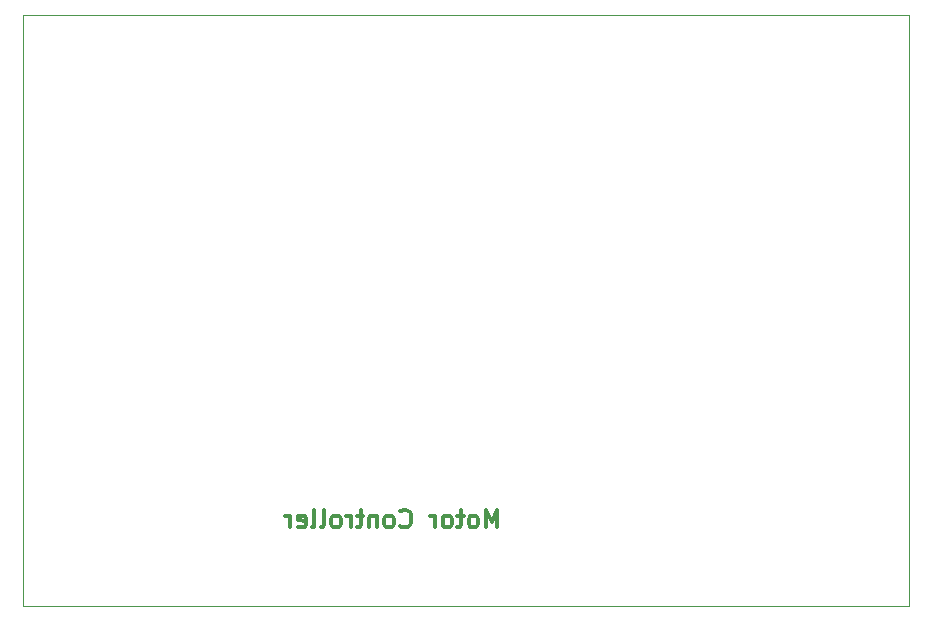
<source format=gbo>
G04 #@! TF.FileFunction,Legend,Bot*
%FSLAX46Y46*%
G04 Gerber Fmt 4.6, Leading zero omitted, Abs format (unit mm)*
G04 Created by KiCad (PCBNEW (2015-11-10 BZR 6307, Git a988d7a)-product) date Thu 12 Nov 2015 09:17:27 PM EST*
%MOMM*%
G01*
G04 APERTURE LIST*
%ADD10C,0.100000*%
%ADD11C,0.300000*%
G04 APERTURE END LIST*
D10*
X113000000Y-150000000D02*
X113000000Y-100000000D01*
X188000000Y-150000000D02*
X113000000Y-150000000D01*
X188000000Y-100000000D02*
X188000000Y-150000000D01*
X113000000Y-100000000D02*
X188000000Y-100000000D01*
D11*
X153192856Y-143378571D02*
X153192856Y-141878571D01*
X152692856Y-142950000D01*
X152192856Y-141878571D01*
X152192856Y-143378571D01*
X151264284Y-143378571D02*
X151407142Y-143307143D01*
X151478570Y-143235714D01*
X151549999Y-143092857D01*
X151549999Y-142664286D01*
X151478570Y-142521429D01*
X151407142Y-142450000D01*
X151264284Y-142378571D01*
X151049999Y-142378571D01*
X150907142Y-142450000D01*
X150835713Y-142521429D01*
X150764284Y-142664286D01*
X150764284Y-143092857D01*
X150835713Y-143235714D01*
X150907142Y-143307143D01*
X151049999Y-143378571D01*
X151264284Y-143378571D01*
X150335713Y-142378571D02*
X149764284Y-142378571D01*
X150121427Y-141878571D02*
X150121427Y-143164286D01*
X150049999Y-143307143D01*
X149907141Y-143378571D01*
X149764284Y-143378571D01*
X149049998Y-143378571D02*
X149192856Y-143307143D01*
X149264284Y-143235714D01*
X149335713Y-143092857D01*
X149335713Y-142664286D01*
X149264284Y-142521429D01*
X149192856Y-142450000D01*
X149049998Y-142378571D01*
X148835713Y-142378571D01*
X148692856Y-142450000D01*
X148621427Y-142521429D01*
X148549998Y-142664286D01*
X148549998Y-143092857D01*
X148621427Y-143235714D01*
X148692856Y-143307143D01*
X148835713Y-143378571D01*
X149049998Y-143378571D01*
X147907141Y-143378571D02*
X147907141Y-142378571D01*
X147907141Y-142664286D02*
X147835713Y-142521429D01*
X147764284Y-142450000D01*
X147621427Y-142378571D01*
X147478570Y-142378571D01*
X144978570Y-143235714D02*
X145049999Y-143307143D01*
X145264285Y-143378571D01*
X145407142Y-143378571D01*
X145621427Y-143307143D01*
X145764285Y-143164286D01*
X145835713Y-143021429D01*
X145907142Y-142735714D01*
X145907142Y-142521429D01*
X145835713Y-142235714D01*
X145764285Y-142092857D01*
X145621427Y-141950000D01*
X145407142Y-141878571D01*
X145264285Y-141878571D01*
X145049999Y-141950000D01*
X144978570Y-142021429D01*
X144121427Y-143378571D02*
X144264285Y-143307143D01*
X144335713Y-143235714D01*
X144407142Y-143092857D01*
X144407142Y-142664286D01*
X144335713Y-142521429D01*
X144264285Y-142450000D01*
X144121427Y-142378571D01*
X143907142Y-142378571D01*
X143764285Y-142450000D01*
X143692856Y-142521429D01*
X143621427Y-142664286D01*
X143621427Y-143092857D01*
X143692856Y-143235714D01*
X143764285Y-143307143D01*
X143907142Y-143378571D01*
X144121427Y-143378571D01*
X142978570Y-142378571D02*
X142978570Y-143378571D01*
X142978570Y-142521429D02*
X142907142Y-142450000D01*
X142764284Y-142378571D01*
X142549999Y-142378571D01*
X142407142Y-142450000D01*
X142335713Y-142592857D01*
X142335713Y-143378571D01*
X141835713Y-142378571D02*
X141264284Y-142378571D01*
X141621427Y-141878571D02*
X141621427Y-143164286D01*
X141549999Y-143307143D01*
X141407141Y-143378571D01*
X141264284Y-143378571D01*
X140764284Y-143378571D02*
X140764284Y-142378571D01*
X140764284Y-142664286D02*
X140692856Y-142521429D01*
X140621427Y-142450000D01*
X140478570Y-142378571D01*
X140335713Y-142378571D01*
X139621427Y-143378571D02*
X139764285Y-143307143D01*
X139835713Y-143235714D01*
X139907142Y-143092857D01*
X139907142Y-142664286D01*
X139835713Y-142521429D01*
X139764285Y-142450000D01*
X139621427Y-142378571D01*
X139407142Y-142378571D01*
X139264285Y-142450000D01*
X139192856Y-142521429D01*
X139121427Y-142664286D01*
X139121427Y-143092857D01*
X139192856Y-143235714D01*
X139264285Y-143307143D01*
X139407142Y-143378571D01*
X139621427Y-143378571D01*
X138264284Y-143378571D02*
X138407142Y-143307143D01*
X138478570Y-143164286D01*
X138478570Y-141878571D01*
X137478570Y-143378571D02*
X137621428Y-143307143D01*
X137692856Y-143164286D01*
X137692856Y-141878571D01*
X136335714Y-143307143D02*
X136478571Y-143378571D01*
X136764285Y-143378571D01*
X136907142Y-143307143D01*
X136978571Y-143164286D01*
X136978571Y-142592857D01*
X136907142Y-142450000D01*
X136764285Y-142378571D01*
X136478571Y-142378571D01*
X136335714Y-142450000D01*
X136264285Y-142592857D01*
X136264285Y-142735714D01*
X136978571Y-142878571D01*
X135621428Y-143378571D02*
X135621428Y-142378571D01*
X135621428Y-142664286D02*
X135550000Y-142521429D01*
X135478571Y-142450000D01*
X135335714Y-142378571D01*
X135192857Y-142378571D01*
M02*

</source>
